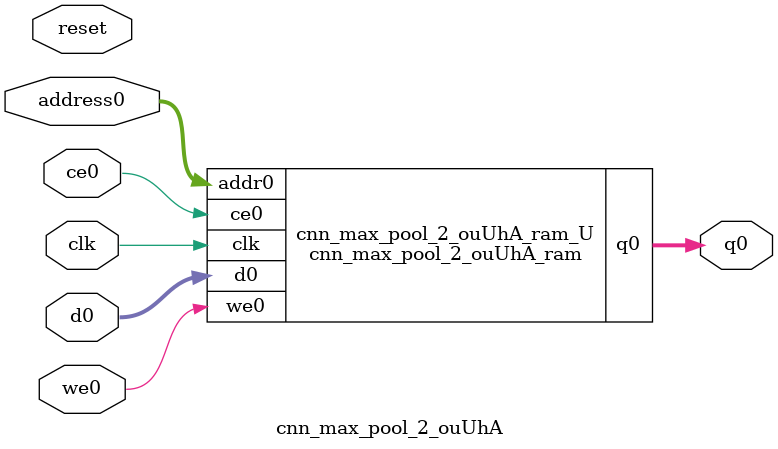
<source format=v>
`timescale 1 ns / 1 ps
module cnn_max_pool_2_ouUhA_ram (addr0, ce0, d0, we0, q0,  clk);

parameter DWIDTH = 14;
parameter AWIDTH = 9;
parameter MEM_SIZE = 400;

input[AWIDTH-1:0] addr0;
input ce0;
input[DWIDTH-1:0] d0;
input we0;
output reg[DWIDTH-1:0] q0;
input clk;

(* ram_style = "block" *)reg [DWIDTH-1:0] ram[0:MEM_SIZE-1];




always @(posedge clk)  
begin 
    if (ce0) 
    begin
        if (we0) 
        begin 
            ram[addr0] <= d0; 
        end 
        q0 <= ram[addr0];
    end
end


endmodule

`timescale 1 ns / 1 ps
module cnn_max_pool_2_ouUhA(
    reset,
    clk,
    address0,
    ce0,
    we0,
    d0,
    q0);

parameter DataWidth = 32'd14;
parameter AddressRange = 32'd400;
parameter AddressWidth = 32'd9;
input reset;
input clk;
input[AddressWidth - 1:0] address0;
input ce0;
input we0;
input[DataWidth - 1:0] d0;
output[DataWidth - 1:0] q0;



cnn_max_pool_2_ouUhA_ram cnn_max_pool_2_ouUhA_ram_U(
    .clk( clk ),
    .addr0( address0 ),
    .ce0( ce0 ),
    .we0( we0 ),
    .d0( d0 ),
    .q0( q0 ));

endmodule


</source>
